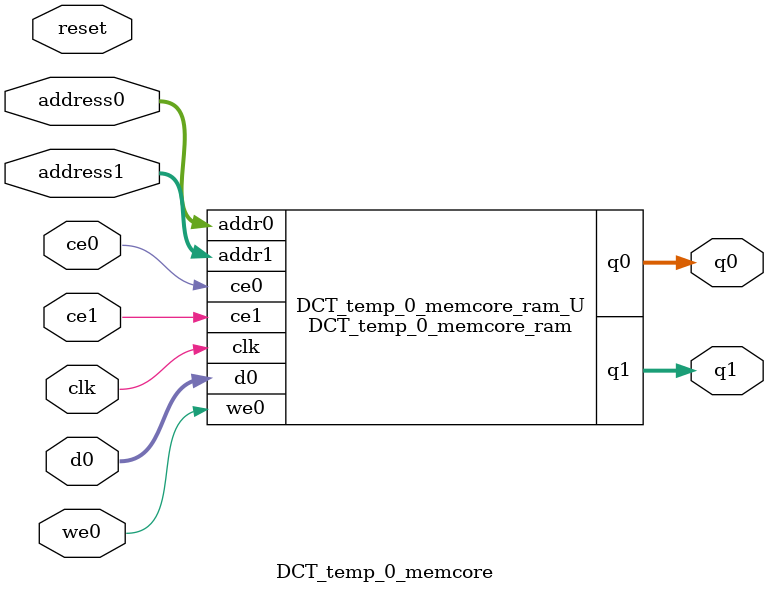
<source format=v>

`timescale 1 ns / 1 ps
module DCT_temp_0_memcore_ram (addr0, ce0, d0, we0, q0, addr1, ce1, q1,  clk);

parameter DWIDTH = 32;
parameter AWIDTH = 3;
parameter MEM_SIZE = 8;

input[AWIDTH-1:0] addr0;
input ce0;
input[DWIDTH-1:0] d0;
input we0;
output reg[DWIDTH-1:0] q0;
input[AWIDTH-1:0] addr1;
input ce1;
output reg[DWIDTH-1:0] q1;
input clk;

(* ram_style = "distributed" *)reg [DWIDTH-1:0] ram[MEM_SIZE-1:0];




always @(posedge clk)  
begin 
    if (ce0) 
    begin
        if (we0) 
        begin 
            ram[addr0] <= d0; 
            q0 <= d0;
        end 
        else 
            q0 <= ram[addr0];
    end
end


always @(posedge clk)  
begin 
    if (ce1) 
    begin
            q1 <= ram[addr1];
    end
end


endmodule


`timescale 1 ns / 1 ps
module DCT_temp_0_memcore(
    reset,
    clk,
    address0,
    ce0,
    we0,
    d0,
    q0,
    address1,
    ce1,
    q1);

parameter DataWidth = 32'd32;
parameter AddressRange = 32'd8;
parameter AddressWidth = 32'd3;
input reset;
input clk;
input[AddressWidth - 1:0] address0;
input ce0;
input we0;
input[DataWidth - 1:0] d0;
output[DataWidth - 1:0] q0;
input[AddressWidth - 1:0] address1;
input ce1;
output[DataWidth - 1:0] q1;



DCT_temp_0_memcore_ram DCT_temp_0_memcore_ram_U(
    .clk( clk ),
    .addr0( address0 ),
    .ce0( ce0 ),
    .d0( d0 ),
    .we0( we0 ),
    .q0( q0 ),
    .addr1( address1 ),
    .ce1( ce1 ),
    .q1( q1 ));

endmodule


</source>
